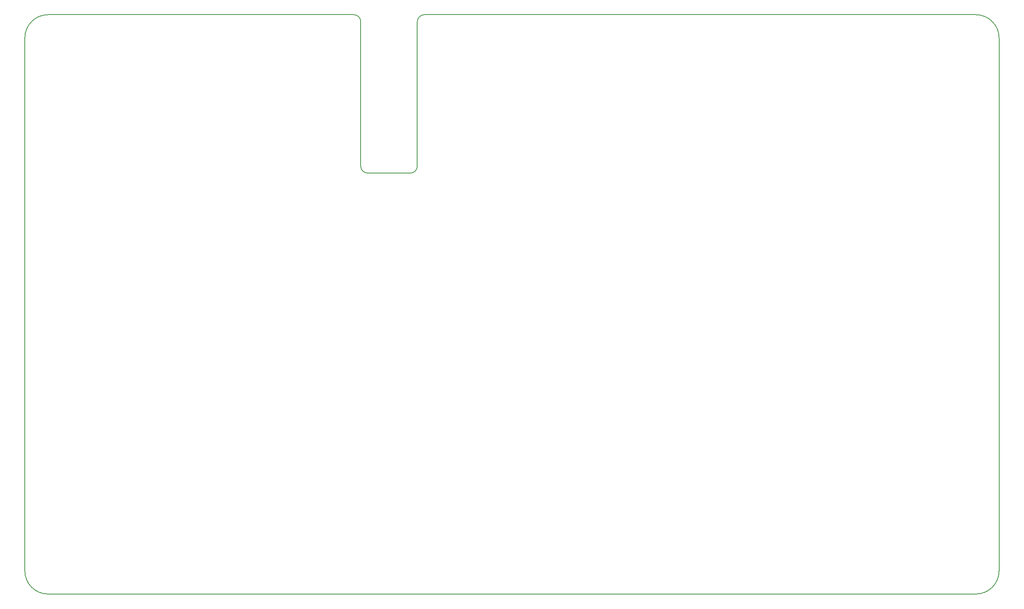
<source format=gm1>
G04 #@! TF.GenerationSoftware,KiCad,Pcbnew,(6.0.6)*
G04 #@! TF.CreationDate,2022-07-21T01:25:26+09:00*
G04 #@! TF.ProjectId,Flatbox-rev1_1-kicad,466c6174-626f-4782-9d72-6576315f312d,1.1*
G04 #@! TF.SameCoordinates,Original*
G04 #@! TF.FileFunction,Profile,NP*
%FSLAX46Y46*%
G04 Gerber Fmt 4.6, Leading zero omitted, Abs format (unit mm)*
G04 Created by KiCad (PCBNEW (6.0.6)) date 2022-07-21 01:25:26*
%MOMM*%
%LPD*%
G01*
G04 APERTURE LIST*
G04 #@! TA.AperFunction,Profile*
%ADD10C,0.200000*%
G04 #@! TD*
G04 APERTURE END LIST*
D10*
X116100000Y-30000000D02*
G75*
G03*
X114600000Y-31500000I0J-1500000D01*
G01*
X35000000Y-30000000D02*
X100900000Y-30000000D01*
X102400000Y-62680000D02*
G75*
G03*
X103900000Y-64180000I1500000J0D01*
G01*
X30000000Y-150000000D02*
G75*
G03*
X35000000Y-155000000I5000000J0D01*
G01*
X102400000Y-31500000D02*
X102400000Y-62680000D01*
X240000000Y-35000000D02*
X240000000Y-150000000D01*
X114600000Y-62680000D02*
X114600000Y-31500000D01*
X103900000Y-64180000D02*
X113100000Y-64180000D01*
X102400000Y-31500000D02*
G75*
G03*
X100900000Y-30000000I-1500000J0D01*
G01*
X235000000Y-155000000D02*
X35000000Y-155000000D01*
X30000000Y-150000000D02*
X30000000Y-35000000D01*
X240000000Y-35000000D02*
G75*
G03*
X235000000Y-30000000I-5000000J0D01*
G01*
X35000000Y-30000000D02*
G75*
G03*
X30000000Y-35000000I0J-5000000D01*
G01*
X113100000Y-64180000D02*
G75*
G03*
X114600000Y-62680000I0J1500000D01*
G01*
X235000000Y-155000000D02*
G75*
G03*
X240000000Y-150000000I0J5000000D01*
G01*
X116100000Y-30000000D02*
X235000000Y-30000000D01*
M02*

</source>
